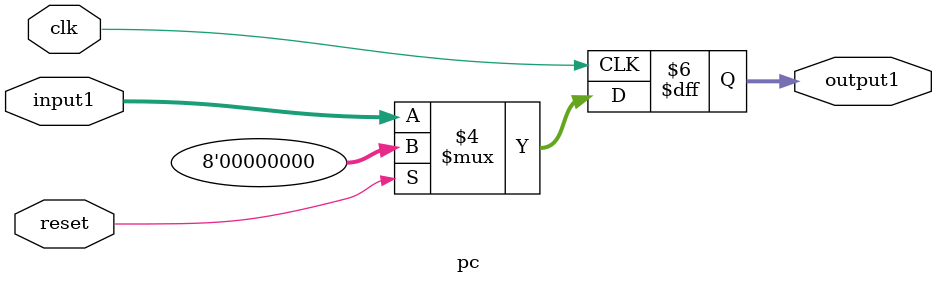
<source format=v>

`timescale 1ns / 1ns

module pc(clk , input1, output1 , reset);

//-------------Input Ports-----------------------------
input wire reset;
input [7:0] input1;
input clk;
//-------------Output Ports----------------------------
output reg [7:0] output1; 	//8 bits of output

//------------------Instructions-----------------------

always @(posedge clk) 
	begin
		if(!reset)
			output1 = input1;
		else	
			output1 = 8'b00000000;
	end
endmodule


</source>
